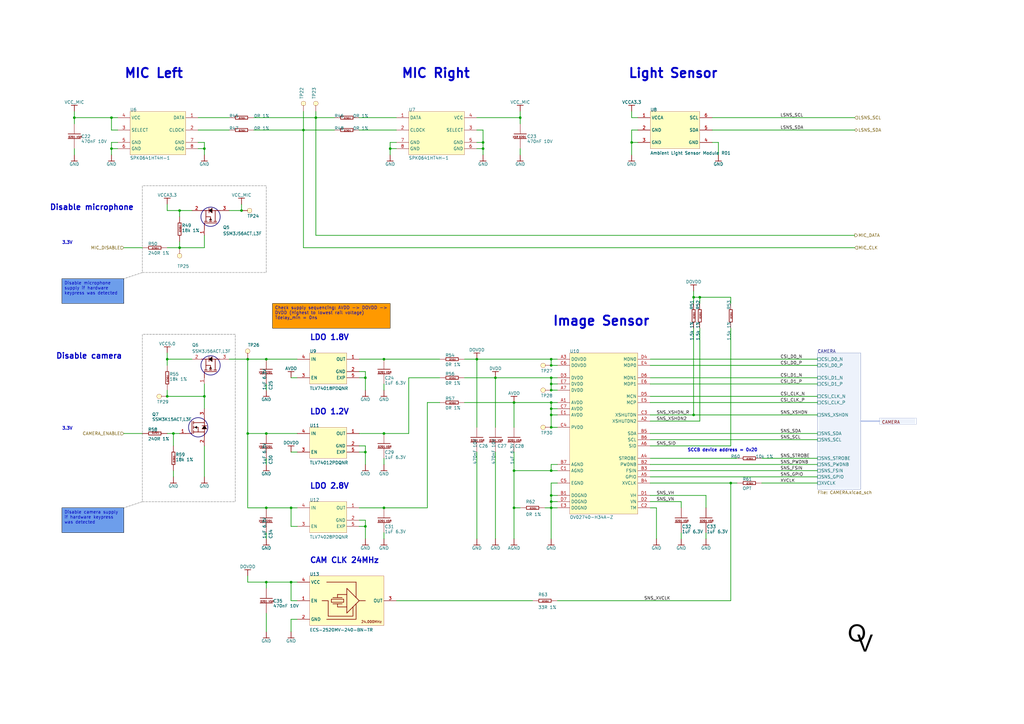
<source format=kicad_sch>
(kicad_sch (version 20231120) (generator "eeschema") (generator_version "8.0")
  (paper "A3")
  (title_block (title "02 Sensors") (date "2024-03-14") (rev "0.2") (company "OV Tech"))
  (junction (at 226.06 170.18))
  (junction (at 284.48 121.92))
  (junction (at 109.22 238.76))
  (junction (at 83.82 162.56))
  (junction (at 30.48 48.26))
  (junction (at 195.58 147.32))
  (junction (at 149.86 185.42))
  (junction (at 226.06 157.48))
  (junction (at 45.72 48.26))
  (junction (at 226.06 147.32))
  (junction (at 119.38 238.76))
  (junction (at 101.6 177.8))
  (junction (at 226.06 205.74))
  (junction (at 226.06 175.26))
  (junction (at 109.22 177.8))
  (junction (at 226.06 149.86))
  (junction (at 299.72 198.12))
  (junction (at 149.86 154.94))
  (junction (at 124.46 53.34))
  (junction (at 109.22 147.32))
  (junction (at 73.66 86.36))
  (junction (at 157.48 147.32))
  (junction (at 226.06 160.02))
  (junction (at 226.06 167.64))
  (junction (at 160.02 60.96))
  (junction (at 157.48 177.8))
  (junction (at 68.58 162.56))
  (junction (at 45.72 60.96))
  (junction (at 73.66 101.6))
  (junction (at 198.12 58.42))
  (junction (at 198.12 60.96))
  (junction (at 101.6 147.32))
  (junction (at 210.82 208.28))
  (junction (at 83.82 60.96))
  (junction (at 226.06 208.28))
  (junction (at 157.48 208.28))
  (junction (at 226.06 154.94))
  (junction (at 119.38 208.28))
  (junction (at 129.54 48.26))
  (junction (at 287.02 121.92))
  (junction (at 99.06 86.36))
  (junction (at 226.06 165.1))
  (junction (at 203.2 154.94))
  (junction (at 213.36 48.26))
  (junction (at 226.06 203.2))
  (junction (at 226.06 193.04))
  (junction (at 284.48 170.18))
  (junction (at 210.82 193.04))
  (junction (at 149.86 215.9))
  (junction (at 210.82 165.1))
  (junction (at 109.22 208.28))
  (junction (at 259.08 58.42))
  (junction (at 71.12 177.8))
  (junction (at 68.58 147.32))
  (wire (pts (xy 226.06 170.18) (xy 226.06 167.64)) (stroke (width 0.254)))
  (wire (pts (xy 149.86 185.42) (xy 149.86 190.5)) (stroke (width 0.254)))
  (wire (pts (xy 119.38 238.76) (xy 109.22 238.76)) (stroke (width 0.254)))
  (wire (pts (xy 45.72 58.42) (xy 45.72 60.96)) (stroke (width 0.254)))
  (wire (pts (xy 101.6 238.76) (xy 101.6 236.22)) (stroke (width 0.254)))
  (wire (pts (xy 213.36 48.26) (xy 195.58 48.26)) (stroke (width 0.254)))
  (wire (pts (xy 195.58 147.32) (xy 195.58 175.26)) (stroke (width 0.254)))
  (wire (pts (xy 266.7 154.94) (xy 335.28 154.94)) (stroke (width 0.254)))
  (wire (pts (xy 279.4 218.44) (xy 279.4 220.98)) (stroke (width 0.254)))
  (wire (pts (xy 292.1 53.34) (xy 350.52 53.34)) (stroke (width 0.254)))
  (polyline (pts (xy 58.42 205.74) (xy 50.8 208.28)) (stroke (width 0.0254) (type dash) (color 0 0 0 1)))
  (wire (pts (xy 198.12 58.42) (xy 198.12 60.96)) (stroke (width 0.254)))
  (wire (pts (xy 266.7 147.32) (xy 335.28 147.32)) (stroke (width 0.254)))
  (wire (pts (xy 228.6 190.5) (xy 226.06 190.5)) (stroke (width 0.254)))
  (wire (pts (xy 93.98 147.32) (xy 101.6 147.32)) (stroke (width 0.254)))
  (wire (pts (xy 129.54 48.26) (xy 137.16 48.26)) (stroke (width 0.254)))
  (wire (pts (xy 68.58 144.78) (xy 68.58 147.32)) (stroke (width 0.254)))
  (wire (pts (xy 226.06 208.28) (xy 226.06 220.98)) (stroke (width 0.254)))
  (wire (pts (xy 124.46 53.34) (xy 137.16 53.34)) (stroke (width 0.254)))
  (wire (pts (xy 259.08 48.26) (xy 259.08 45.72)) (stroke (width 0.254)))
  (wire (pts (xy 121.92 208.28) (xy 119.38 208.28)) (stroke (width 0.254)))
  (wire (pts (xy 30.48 60.96) (xy 30.48 63.5)) (stroke (width 0.254)))
  (wire (pts (xy 266.7 170.18) (xy 284.48 170.18)) (stroke (width 0.254)))
  (wire (pts (xy 284.48 134.62) (xy 284.48 170.18)) (stroke (width 0.254)))
  (wire (pts (xy 259.08 58.42) (xy 261.62 58.42)) (stroke (width 0.254)))
  (wire (pts (xy 124.46 45.72) (xy 124.46 53.34)) (stroke (width 0.254)))
  (wire (pts (xy 30.48 48.26) (xy 45.72 48.26)) (stroke (width 0.254)))
  (wire (pts (xy 228.6 157.48) (xy 226.06 157.48)) (stroke (width 0.254)))
  (wire (pts (xy 109.22 208.28) (xy 101.6 208.28)) (stroke (width 0.254)))
  (wire (pts (xy 195.58 185.42) (xy 195.58 220.98)) (stroke (width 0.254)))
  (wire (pts (xy 109.22 190.5) (xy 109.22 187.96)) (stroke (width 0.254)))
  (wire (pts (xy 266.7 180.34) (xy 335.28 180.34)) (stroke (width 0.254)))
  (wire (pts (xy 266.7 187.96) (xy 302.26 187.96)) (stroke (width 0.254)))
  (wire (pts (xy 226.06 175.26) (xy 226.06 170.18)) (stroke (width 0.254)))
  (wire (pts (xy 83.82 60.96) (xy 83.82 63.5)) (stroke (width 0.254)))
  (wire (pts (xy 198.12 53.34) (xy 198.12 58.42)) (stroke (width 0.254)))
  (wire (pts (xy 228.6 167.64) (xy 226.06 167.64)) (stroke (width 0.254)))
  (wire (pts (xy 213.36 60.96) (xy 213.36 63.5)) (stroke (width 0.254)))
  (wire (pts (xy 81.28 60.96) (xy 83.82 60.96)) (stroke (width 0.254)))
  (wire (pts (xy 30.48 48.26) (xy 30.48 45.72)) (stroke (width 0.254)))
  (wire (pts (xy 109.22 241.3) (xy 109.22 238.76)) (stroke (width 0.254)))
  (polyline (pts (xy 109.22 111.76) (xy 109.22 76.2)) (stroke (width 0.0254) (type dash) (color 0 0 0 1)))
  (wire (pts (xy 101.6 147.32) (xy 109.22 147.32)) (stroke (width 0.254)))
  (polyline (pts (xy 353.06 172.72) (xy 360.68 172.72)) (stroke (width 0.508) (type solid) (color 173 188 231 1)))
  (wire (pts (xy 279.4 205.74) (xy 279.4 208.28)) (stroke (width 0.254)))
  (wire (pts (xy 124.46 53.34) (xy 124.46 101.6)) (stroke (width 0.254)))
  (wire (pts (xy 228.6 205.74) (xy 226.06 205.74)) (stroke (width 0.254)))
  (wire (pts (xy 259.08 53.34) (xy 259.08 58.42)) (stroke (width 0.254)))
  (wire (pts (xy 162.56 246.38) (xy 218.44 246.38)) (stroke (width 0.254)))
  (wire (pts (xy 73.66 101.6) (xy 73.66 99.06)) (stroke (width 0.254)))
  (wire (pts (xy 266.7 172.72) (xy 287.02 172.72)) (stroke (width 0.254)))
  (wire (pts (xy 73.66 101.6) (xy 83.82 101.6)) (stroke (width 0.254)))
  (wire (pts (xy 228.6 203.2) (xy 226.06 203.2)) (stroke (width 0.254)))
  (wire (pts (xy 50.8 101.6) (xy 58.42 101.6)) (stroke (width 0.254)))
  (wire (pts (xy 119.38 185.42) (xy 121.92 185.42)) (stroke (width 0.254)))
  (wire (pts (xy 119.38 254) (xy 119.38 259.08)) (stroke (width 0.254)))
  (wire (pts (xy 83.82 58.42) (xy 83.82 60.96)) (stroke (width 0.254)))
  (wire (pts (xy 226.06 165.1) (xy 228.6 165.1)) (stroke (width 0.254)))
  (wire (pts (xy 104.14 48.26) (xy 129.54 48.26)) (stroke (width 0.254)))
  (wire (pts (xy 299.72 198.12) (xy 266.7 198.12)) (stroke (width 0.254)))
  (polyline (pts (xy 58.42 137.16) (xy 58.42 205.74)) (stroke (width 0.0254) (type dash) (color 0 0 0 1)))
  (wire (pts (xy 299.72 198.12) (xy 302.26 198.12)) (stroke (width 0.254)))
  (wire (pts (xy 147.32 177.8) (xy 157.48 177.8)) (stroke (width 0.254)))
  (wire (pts (xy 68.58 149.86) (xy 68.58 147.32)) (stroke (width 0.254)))
  (wire (pts (xy 119.38 246.38) (xy 119.38 238.76)) (stroke (width 0.254)))
  (wire (pts (xy 109.22 177.8) (xy 101.6 177.8)) (stroke (width 0.254)))
  (wire (pts (xy 160.02 60.96) (xy 160.02 63.5)) (stroke (width 0.254)))
  (wire (pts (xy 83.82 101.6) (xy 83.82 96.52)) (stroke (width 0.254)))
  (wire (pts (xy 266.7 203.2) (xy 289.56 203.2)) (stroke (width 0.254)))
  (wire (pts (xy 149.86 215.9) (xy 149.86 220.98)) (stroke (width 0.254)))
  (wire (pts (xy 226.06 205.74) (xy 226.06 208.28)) (stroke (width 0.254)))
  (wire (pts (xy 210.82 220.98) (xy 210.82 208.28)) (stroke (width 0.254)))
  (wire (pts (xy 266.7 182.88) (xy 299.72 182.88)) (stroke (width 0.254)))
  (wire (pts (xy 213.36 50.8) (xy 213.36 48.26)) (stroke (width 0.254)))
  (wire (pts (xy 109.22 220.98) (xy 109.22 218.44)) (stroke (width 0.254)))
  (wire (pts (xy 104.14 53.34) (xy 124.46 53.34)) (stroke (width 0.254)))
  (wire (pts (xy 83.82 162.56) (xy 68.58 162.56)) (stroke (width 0.254)))
  (wire (pts (xy 228.6 160.02) (xy 226.06 160.02)) (stroke (width 0.254)))
  (wire (pts (xy 226.06 198.12) (xy 228.6 198.12)) (stroke (width 0.254)))
  (wire (pts (xy 109.22 251.46) (xy 109.22 259.08)) (stroke (width 0.254)))
  (wire (pts (xy 190.5 154.94) (xy 203.2 154.94)) (stroke (width 0.254)))
  (wire (pts (xy 93.98 86.36) (xy 99.06 86.36)) (stroke (width 0.254)))
  (wire (pts (xy 299.72 246.38) (xy 299.72 198.12)) (stroke (width 0.254)))
  (wire (pts (xy 167.64 177.8) (xy 167.64 154.94)) (stroke (width 0.254)))
  (wire (pts (xy 210.82 208.28) (xy 213.36 208.28)) (stroke (width 0.254)))
  (wire (pts (xy 289.56 203.2) (xy 289.56 208.28)) (stroke (width 0.254)))
  (wire (pts (xy 266.7 205.74) (xy 279.4 205.74)) (stroke (width 0.254)))
  (polyline (pts (xy 109.22 76.2) (xy 58.42 76.2)) (stroke (width 0.0254) (type dash) (color 0 0 0 1)))
  (wire (pts (xy 226.06 190.5) (xy 226.06 193.04)) (stroke (width 0.254)))
  (wire (pts (xy 121.92 254) (xy 119.38 254)) (stroke (width 0.254)))
  (wire (pts (xy 284.48 121.92) (xy 287.02 121.92)) (stroke (width 0.254)))
  (wire (pts (xy 228.6 175.26) (xy 226.06 175.26)) (stroke (width 0.254)))
  (wire (pts (xy 203.2 175.26) (xy 203.2 154.94)) (stroke (width 0.254)))
  (wire (pts (xy 210.82 175.26) (xy 210.82 165.1)) (stroke (width 0.254)))
  (wire (pts (xy 299.72 182.88) (xy 299.72 134.62)) (stroke (width 0.254)))
  (wire (pts (xy 157.48 177.8) (xy 167.64 177.8)) (stroke (width 0.254)))
  (wire (pts (xy 147.32 48.26) (xy 162.56 48.26)) (stroke (width 0.254)))
  (wire (pts (xy 210.82 165.1) (xy 226.06 165.1)) (stroke (width 0.254)))
  (wire (pts (xy 121.92 246.38) (xy 119.38 246.38)) (stroke (width 0.254)))
  (wire (pts (xy 121.92 215.9) (xy 119.38 215.9)) (stroke (width 0.254)))
  (wire (pts (xy 213.36 48.26) (xy 213.36 45.72)) (stroke (width 0.254)))
  (wire (pts (xy 129.54 45.72) (xy 129.54 48.26)) (stroke (width 0.254)))
  (wire (pts (xy 190.5 165.1) (xy 210.82 165.1)) (stroke (width 0.254)))
  (wire (pts (xy 266.7 193.04) (xy 335.28 193.04)) (stroke (width 0.254)))
  (wire (pts (xy 157.48 208.28) (xy 175.26 208.28)) (stroke (width 0.254)))
  (wire (pts (xy 157.48 190.5) (xy 157.48 187.96)) (stroke (width 0.254)))
  (wire (pts (xy 287.02 172.72) (xy 287.02 134.62)) (stroke (width 0.254)))
  (wire (pts (xy 149.86 182.88) (xy 149.86 185.42)) (stroke (width 0.254)))
  (wire (pts (xy 71.12 182.88) (xy 71.12 177.8)) (stroke (width 0.254)))
  (polyline (pts (xy 96.52 137.16) (xy 58.42 137.16)) (stroke (width 0.0254) (type dash) (color 0 0 0 1)))
  (wire (pts (xy 195.58 53.34) (xy 198.12 53.34)) (stroke (width 0.254)))
  (wire (pts (xy 101.6 177.8) (xy 101.6 147.32)) (stroke (width 0.254)))
  (wire (pts (xy 109.22 160.02) (xy 109.22 157.48)) (stroke (width 0.254)))
  (wire (pts (xy 284.48 170.18) (xy 335.28 170.18)) (stroke (width 0.254)))
  (wire (pts (xy 48.26 60.96) (xy 45.72 60.96)) (stroke (width 0.254)))
  (wire (pts (xy 287.02 124.46) (xy 287.02 121.92)) (stroke (width 0.254)))
  (wire (pts (xy 266.7 149.86) (xy 335.28 149.86)) (stroke (width 0.254)))
  (wire (pts (xy 147.32 213.36) (xy 149.86 213.36)) (stroke (width 0.254)))
  (wire (pts (xy 147.32 208.28) (xy 157.48 208.28)) (stroke (width 0.254)))
  (wire (pts (xy 259.08 63.5) (xy 259.08 58.42)) (stroke (width 0.254)))
  (wire (pts (xy 121.92 177.8) (xy 109.22 177.8)) (stroke (width 0.254)))
  (wire (pts (xy 226.06 160.02) (xy 226.06 157.48)) (stroke (width 0.254)))
  (wire (pts (xy 289.56 218.44) (xy 289.56 220.98)) (stroke (width 0.254)))
  (wire (pts (xy 226.06 203.2) (xy 226.06 198.12)) (stroke (width 0.254)))
  (wire (pts (xy 68.58 162.56) (xy 68.58 160.02)) (stroke (width 0.254)))
  (wire (pts (xy 119.38 215.9) (xy 119.38 208.28)) (stroke (width 0.254)))
  (wire (pts (xy 30.48 50.8) (xy 30.48 48.26)) (stroke (width 0.254)))
  (wire (pts (xy 266.7 177.8) (xy 335.28 177.8)) (stroke (width 0.254)))
  (wire (pts (xy 147.32 182.88) (xy 149.86 182.88)) (stroke (width 0.254)))
  (wire (pts (xy 228.6 246.38) (xy 299.72 246.38)) (stroke (width 0.254)))
  (wire (pts (xy 45.72 48.26) (xy 48.26 48.26)) (stroke (width 0.254)))
  (wire (pts (xy 195.58 60.96) (xy 198.12 60.96)) (stroke (width 0.254)))
  (wire (pts (xy 68.58 86.36) (xy 68.58 83.82)) (stroke (width 0.254)))
  (wire (pts (xy 68.58 101.6) (xy 73.66 101.6)) (stroke (width 0.254)))
  (wire (pts (xy 81.28 48.26) (xy 93.98 48.26)) (stroke (width 0.254)))
  (wire (pts (xy 266.7 165.1) (xy 335.28 165.1)) (stroke (width 0.254)))
  (wire (pts (xy 266.7 195.58) (xy 335.28 195.58)) (stroke (width 0.254)))
  (wire (pts (xy 287.02 121.92) (xy 299.72 121.92)) (stroke (width 0.254)))
  (wire (pts (xy 210.82 193.04) (xy 226.06 193.04)) (stroke (width 0.254)))
  (wire (pts (xy 147.32 154.94) (xy 149.86 154.94)) (stroke (width 0.254)))
  (wire (pts (xy 121.92 238.76) (xy 119.38 238.76)) (stroke (width 0.254)))
  (wire (pts (xy 147.32 152.4) (xy 149.86 152.4)) (stroke (width 0.254)))
  (wire (pts (xy 124.46 101.6) (xy 350.52 101.6)) (stroke (width 0.254)))
  (wire (pts (xy 226.06 147.32) (xy 228.6 147.32)) (stroke (width 0.254)))
  (wire (pts (xy 226.06 167.64) (xy 226.06 165.1)) (stroke (width 0.254)))
  (wire (pts (xy 226.06 203.2) (xy 226.06 205.74)) (stroke (width 0.254)))
  (wire (pts (xy 50.8 177.8) (xy 58.42 177.8)) (stroke (width 0.254)))
  (wire (pts (xy 269.24 208.28) (xy 266.7 208.28)) (stroke (width 0.254)))
  (wire (pts (xy 73.66 86.36) (xy 78.74 86.36)) (stroke (width 0.254)))
  (polyline (pts (xy 58.42 76.2) (xy 58.42 111.76)) (stroke (width 0.0254) (type dash) (color 0 0 0 1)))
  (wire (pts (xy 119.38 208.28) (xy 109.22 208.28)) (stroke (width 0.254)))
  (wire (pts (xy 294.64 58.42) (xy 294.64 63.5)) (stroke (width 0.254)))
  (wire (pts (xy 109.22 238.76) (xy 101.6 238.76)) (stroke (width 0.254)))
  (wire (pts (xy 190.5 147.32) (xy 195.58 147.32)) (stroke (width 0.254)))
  (wire (pts (xy 81.28 53.34) (xy 93.98 53.34)) (stroke (width 0.254)))
  (wire (pts (xy 147.32 53.34) (xy 162.56 53.34)) (stroke (width 0.254)))
  (wire (pts (xy 195.58 58.42) (xy 198.12 58.42)) (stroke (width 0.254)))
  (polyline (pts (xy 58.42 205.74) (xy 96.52 205.74)) (stroke (width 0.0254) (type dash) (color 0 0 0 1)))
  (wire (pts (xy 129.54 96.52) (xy 350.52 96.52)) (stroke (width 0.254)))
  (polyline (pts (xy 96.52 205.74) (xy 96.52 137.16)) (stroke (width 0.0254) (type dash) (color 0 0 0 1)))
  (wire (pts (xy 228.6 149.86) (xy 226.06 149.86)) (stroke (width 0.254)))
  (wire (pts (xy 147.32 147.32) (xy 157.48 147.32)) (stroke (width 0.254)))
  (wire (pts (xy 261.62 53.34) (xy 259.08 53.34)) (stroke (width 0.254)))
  (wire (pts (xy 312.42 198.12) (xy 335.28 198.12)) (stroke (width 0.254)))
  (wire (pts (xy 226.06 193.04) (xy 228.6 193.04)) (stroke (width 0.254)))
  (wire (pts (xy 109.22 147.32) (xy 121.92 147.32)) (stroke (width 0.254)))
  (wire (pts (xy 261.62 48.26) (xy 259.08 48.26)) (stroke (width 0.254)))
  (wire (pts (xy 228.6 170.18) (xy 226.06 170.18)) (stroke (width 0.254)))
  (wire (pts (xy 312.42 187.96) (xy 335.28 187.96)) (stroke (width 0.254)))
  (wire (pts (xy 83.82 162.56) (xy 83.82 167.64)) (stroke (width 0.254)))
  (wire (pts (xy 292.1 48.26) (xy 350.52 48.26)) (stroke (width 0.254)))
  (wire (pts (xy 203.2 154.94) (xy 226.06 154.94)) (stroke (width 0.254)))
  (wire (pts (xy 266.7 162.56) (xy 335.28 162.56)) (stroke (width 0.254)))
  (wire (pts (xy 210.82 208.28) (xy 210.82 193.04)) (stroke (width 0.254)))
  (wire (pts (xy 48.26 53.34) (xy 45.72 53.34)) (stroke (width 0.254)))
  (wire (pts (xy 198.12 60.96) (xy 198.12 63.5)) (stroke (width 0.254)))
  (wire (pts (xy 73.66 86.36) (xy 68.58 86.36)) (stroke (width 0.254)))
  (wire (pts (xy 68.58 147.32) (xy 78.74 147.32)) (stroke (width 0.254)))
  (wire (pts (xy 149.86 152.4) (xy 149.86 154.94)) (stroke (width 0.254)))
  (wire (pts (xy 71.12 193.04) (xy 71.12 195.58)) (stroke (width 0.254)))
  (wire (pts (xy 269.24 220.98) (xy 269.24 208.28)) (stroke (width 0.254)))
  (wire (pts (xy 68.58 177.8) (xy 71.12 177.8)) (stroke (width 0.254)))
  (wire (pts (xy 226.06 147.32) (xy 195.58 147.32)) (stroke (width 0.254)))
  (wire (pts (xy 210.82 185.42) (xy 210.82 193.04)) (stroke (width 0.254)))
  (wire (pts (xy 45.72 60.96) (xy 45.72 63.5)) (stroke (width 0.254)))
  (wire (pts (xy 226.06 149.86) (xy 226.06 147.32)) (stroke (width 0.254)))
  (wire (pts (xy 226.06 154.94) (xy 228.6 154.94)) (stroke (width 0.254)))
  (wire (pts (xy 149.86 213.36) (xy 149.86 215.9)) (stroke (width 0.254)))
  (wire (pts (xy 160.02 58.42) (xy 160.02 60.96)) (stroke (width 0.254)))
  (wire (pts (xy 45.72 53.34) (xy 45.72 48.26)) (stroke (width 0.254)))
  (wire (pts (xy 162.56 58.42) (xy 160.02 58.42)) (stroke (width 0.254)))
  (wire (pts (xy 83.82 157.48) (xy 83.82 162.56)) (stroke (width 0.254)))
  (wire (pts (xy 48.26 58.42) (xy 45.72 58.42)) (stroke (width 0.254)))
  (wire (pts (xy 167.64 154.94) (xy 180.34 154.94)) (stroke (width 0.254)))
  (wire (pts (xy 175.26 208.28) (xy 175.26 165.1)) (stroke (width 0.254)))
  (wire (pts (xy 73.66 88.9) (xy 73.66 86.36)) (stroke (width 0.254)))
  (wire (pts (xy 266.7 190.5) (xy 335.28 190.5)) (stroke (width 0.254)))
  (wire (pts (xy 81.28 58.42) (xy 83.82 58.42)) (stroke (width 0.254)))
  (polyline (pts (xy 58.42 111.76) (xy 50.8 114.3)) (stroke (width 0.0254) (type dash) (color 0 0 0 1)))
  (wire (pts (xy 119.38 154.94) (xy 121.92 154.94)) (stroke (width 0.254)))
  (wire (pts (xy 147.32 215.9) (xy 149.86 215.9)) (stroke (width 0.254)))
  (wire (pts (xy 266.7 157.48) (xy 335.28 157.48)) (stroke (width 0.254)))
  (wire (pts (xy 157.48 160.02) (xy 157.48 157.48)) (stroke (width 0.254)))
  (wire (pts (xy 226.06 208.28) (xy 228.6 208.28)) (stroke (width 0.254)))
  (wire (pts (xy 83.82 182.88) (xy 83.82 195.58)) (stroke (width 0.254)))
  (wire (pts (xy 292.1 58.42) (xy 294.64 58.42)) (stroke (width 0.254)))
  (wire (pts (xy 71.12 177.8) (xy 73.66 177.8)) (stroke (width 0.254)))
  (wire (pts (xy 284.48 124.46) (xy 284.48 121.92)) (stroke (width 0.254)))
  (polyline (pts (xy 58.42 111.76) (xy 109.22 111.76)) (stroke (width 0.0254) (type dash) (color 0 0 0 1)))
  (wire (pts (xy 203.2 185.42) (xy 203.2 220.98)) (stroke (width 0.254)))
  (wire (pts (xy 101.6 208.28) (xy 101.6 177.8)) (stroke (width 0.254)))
  (wire (pts (xy 157.48 220.98) (xy 157.48 218.44)) (stroke (width 0.254)))
  (wire (pts (xy 299.72 121.92) (xy 299.72 124.46)) (stroke (width 0.254)))
  (wire (pts (xy 99.06 86.36) (xy 99.06 83.82)) (stroke (width 0.254)))
  (wire (pts (xy 175.26 165.1) (xy 180.34 165.1)) (stroke (width 0.254)))
  (wire (pts (xy 147.32 185.42) (xy 149.86 185.42)) (stroke (width 0.254)))
  (wire (pts (xy 226.06 157.48) (xy 226.06 154.94)) (stroke (width 0.254)))
  (wire (pts (xy 129.54 48.26) (xy 129.54 96.52)) (stroke (width 0.254)))
  (wire (pts (xy 157.48 147.32) (xy 180.34 147.32)) (stroke (width 0.254)))
  (wire (pts (xy 162.56 60.96) (xy 160.02 60.96)) (stroke (width 0.254)))
  (wire (pts (xy 223.52 208.28) (xy 226.06 208.28)) (stroke (width 0.254)))
  (wire (pts (xy 284.48 121.92) (xy 284.48 119.38)) (stroke (width 0.254)))
  (wire (pts (xy 149.86 154.94) (xy 149.86 160.02)) (stroke (width 0.254)))
  (image (at 353.06 261.62) (scale 0.0578808))
  (text_box "Check supply sequencing: AVDD -> DOVDD -> DVDD (Highest to lowest rail voltage)\nTdelay_min = 0ns" (at 160.02 124.46 0) (size -48.26 10.16) (stroke (width 0) (color 0 0 0 1)) (fill (type color) (color 255 153 0 1)) (effects (font (size 1.27 1.27)) (justify left top)))
  (text_box "CAMERA" (at 360.68 171.45 0) (size 15.24 2.54) (stroke (width 0.0002) (color 143 158 201 1)) (fill (type color) (color 237 242 251 1)) (effects (font (size 1.27 1.27)) (justify left top)))
  (text_box "Disable camera supply if hardware keypress was detected" (at 50.8 208.28 0) (size -25.4 10.16) (stroke (width 0) (color 0 0 0 1)) (fill (type color) (color 109 158 235 1)) (effects (font (size 1.27 1.27)) (justify left top)))
  (text_box "Disable microphone supply if hardware keypress was detected" (at 50.8 114.3 0) (size -25.4 10.16) (stroke (width 0) (color 0 0 0 1)) (fill (type color) (color 109 158 235 1)) (effects (font (size 1.27 1.27)) (justify left top)))
  (text "3.3V" (at 25.4 100.33 0) (effects (font (size 1.27 1.27) (bold yes)) (justify left bottom)))
  (text "LDO 1.8V" (at 127 137.16 0) (effects (font (size 2.286 2.286) (bold yes)) (justify left top)))
  (text "MIC Right" (at 193.04 27.94 0) (effects (font (size 3.81 3.81) (bold yes)) (justify right top)))
  (text "MIC Left" (at 50.8 27.94 0) (effects (font (size 3.81 3.81) (bold yes)) (justify left top)))
  (text "3.3V" (at 25.4 176.53 0) (effects (font (size 1.27 1.27) (bold yes)) (justify left bottom)))
  (text "Image Sensor" (at 266.7 129.54 0) (effects (font (size 3.81 3.81) (bold yes)) (justify right top)))
  (text "LDO 1.2V" (at 127 167.64 0) (effects (font (size 2.286 2.286) (bold yes)) (justify left top)))
  (text "SCCB device address = 0x20" (at 281.94 185.42 0) (effects (font (size 1.27 1.27) (bold yes)) (justify left bottom)))
  (text "CAM CLK 24MHz" (at 127 228.6 0) (effects (font (size 2.286 2.286) (bold yes)) (justify left top)))
  (text "Light Sensor" (at 294.64 27.94 0) (effects (font (size 3.81 3.81) (bold yes)) (justify right top)))
  (text "Disable microphone" (at 20.32 83.82 0) (effects (font (size 2.286 2.286) (bold yes)) (justify left top)))
  (text "LDO 2.8V" (at 127 198.12 0) (effects (font (size 2.286 2.286) (bold yes)) (justify left top)))
  (text "Disable camera" (at 22.86 144.78 0) (effects (font (size 2.286 2.286) (bold yes)) (justify left top)))
  (label "CSI_CLK_N" (at 320.04 162.56 0))
  (label "SNS_VN" (at 269.24 205.74 0))
  (label "SNS_SCL" (at 320.04 180.34 0))
  (label "LSNS_SDA" (at 320.04 53.34 0))
  (label "SNS_FSIN" (at 320.04 193.04 0))
  (label "CSI_D0_P" (at 320.04 149.86 0))
  (label "SNS_SID" (at 269.24 182.88 0))
  (label "SNS_XSHDN2" (at 269.24 172.72 0))
  (label "SNS_STROBE" (at 320.04 187.96 0))
  (label "SNS_GPIO" (at 320.04 195.58 0))
  (label "SNS_XVCLK" (at 264.16 246.38 0))
  (label "XVCLK" (at 320.04 198.12 0))
  (label "CSI_D0_N" (at 320.04 147.32 0))
  (label "LSNS_SCL" (at 320.04 48.26 0))
  (label "CSI_D1_P" (at 320.04 157.48 0))
  (label "SNS_SDA" (at 320.04 177.8 0))
  (label "SNS_VH" (at 269.24 203.2 0))
  (label "CSI_D1_N" (at 320.04 154.94 0))
  (label "SNS_XSHDN" (at 320.04 170.18 0))
  (label "SNS_PWDNB" (at 320.04 190.5 0))
  (label "CSI_CLK_P" (at 320.04 165.1 0))
  (label "SNS_XSHDN_R" (at 269.24 170.18 0))
  (hierarchical_label "MIC_DATA" (shape output) (at 350.52 96.52 0))
  (hierarchical_label "CAMERA_ENABLE" (shape input) (at 50.8 177.8 180))
  (hierarchical_label "LSNS_SDA" (shape bidirectional) (at 350.52 53.34 0))
  (hierarchical_label "LSNS_SCL" (shape input) (at 350.52 48.26 0))
  (hierarchical_label "MIC_DISABLE" (shape input) (at 50.8 101.6 180))
  (hierarchical_label "MIC_CLK" (shape input) (at 350.52 101.6 0))
  (symbol (lib_id "WCAM-TK-PCB-R02-altium-import:U_02 Sensors_2_mirrored_RES_0201_240R_1%") (at 58.42 177.8 0) (unit 1)
    (property "Reference" "R58" (at 60.706 176.911 0) (effects (justify left bottom)))
    (property "Value" "240R 1%" (at 60.706 180.721 0) (effects (justify left bottom)))
    (property "Footprint" "QV_Res.pcblib:RESC0603X03L" (effects (hide yes)))
    (property "MANUFACTURER 1" "Yageo" (effects (hide yes)))
    (property "MANUFACTURER 1 PRT. NR." "RC0201FR-07240RL" (effects (hide yes)))
    (property "MANUFACTURER 2" "Vishay / Dale" (effects (hide yes)))
    (property "MANUFACTURER 2 PRT. NR." "CRCW0201240RFNED" (effects (hide yes)))
  )
  (symbol (lib_id "WCAM-TK-PCB-R02-altium-import:U_02 Sensors_0_RES_0201_0R_1%") (at 93.98 53.34 0) (unit 1)
    (property "Reference" "R47" (at 93.98 53.34 0) (effects (justify left bottom)))
    (property "Value" "0R 1%" (at 104.14 53.34 0) (effects (justify left bottom)))
    (property "Footprint" "QV_Res.pcblib:RESC0603X03L" (effects (hide yes)))
    (property "MANUFACTURER 1" "Yageo" (effects (hide yes)))
    (property "MANUFACTURER 1 PRT. NR." "RC0201FR-070RL" (effects (hide yes)))
    (property "MANUFACTURER 2" "Vishay / Dale" (effects (hide yes)))
    (property "MANUFACTURER 2 PRT. NR." "CRCW02010000Z0ED" (effects (hide yes)))
  )
  (symbol (lib_id "WCAM-TK-PCB-R02-altium-import:U_02 Sensors_0_RES_0201_33R_1%") (at 218.44 246.38 0) (unit 1)
    (property "Reference" "R63" (at 220.726 244.602 0) (effects (justify left bottom)))
    (property "Value" "33R 1%" (at 220.726 249.809 0) (effects (justify left bottom)))
    (property "Footprint" "QV_Res.pcblib:RESC0603X03L" (effects (hide yes)))
    (property "MANUFACTURER 1" "Yageo" (effects (hide yes)))
    (property "MANUFACTURER 1 PRT. NR." "RC0201FR-0733RL" (effects (hide yes)))
    (property "MANUFACTURER 2" "Vishay / Dale" (effects (hide yes)))
    (property "MANUFACTURER 2 PRT. NR." "CRCW020133R0FNED" (effects (hide yes)))
  )
  (symbol (lib_id "WCAM-TK-PCB-R02-altium-import:GND_BAR") (at 149.86 160.02 0) (unit 1)
    (property "Reference" "#PWR?" (effects (hide yes)))
    (property "Value" "GND" (at 149.86 163.83 0))
  )
  (symbol (lib_id "WCAM-TK-PCB-R02-altium-import:U_02 Sensors_0_CAP_0201_470nF_10V") (at 195.58 185.42 0) (unit 1)
    (property "Reference" "C26" (at 196.342 183.642 0) (effects (justify left bottom)))
    (property "Value" "470nF 10V" (at 195.58 190.5 90) (effects (justify left bottom)))
    (property "Footprint" "QV_Cap.pcblib:CAPC0603X03L" (effects (hide yes)))
    (property "MANUFACTURER 1" "Taiyo Yuden" (effects (hide yes)))
    (property "MANUFACTURER 1 PRT. NR." "LMK063BBJ474KPLF" (effects (hide yes)))
    (property "MANUFACTURER 2" "TDK" (effects (hide yes)))
    (property "MANUFACTURER 2 PRT. NR." "C0603X5R1A474M030BC" (effects (hide yes)))
  )
  (symbol (lib_id "WCAM-TK-PCB-R02-altium-import:U_02 Sensors_0_Digital Microphone PDM_SPK0641HT4H-1") (at 48.26 63.5 0) (unit 1)
    (property "Reference" "U6" (at 53.34 45.72 0) (effects (justify left bottom)))
    (property "Value" "SPK0641HT4H-1" (at 53.34 65.532 0) (effects (justify left bottom)))
    (property "Footprint" "QV_Active.PcbLib:MIC_SPK0641HT4H-1" (effects (hide yes)))
    (property "MANUFACTURER 1" "Knowles" (effects (hide yes)))
    (property "MANUFACTURER 1 PRT. NR." "SPK0641HT4H-1" (effects (hide yes)))
  )
  (symbol (lib_id "WCAM-TK-PCB-R02-altium-import:U_02 Sensors_0_mirrored_CAP_0201_470nF_10V") (at 213.36 60.96 0) (unit 1)
    (property "Reference" "C23" (at 216.154 56.705 0) (effects (justify left bottom)))
    (property "Value" "470nF 10V" (at 216.154 58.737 0) (effects (justify left bottom)))
    (property "Footprint" "QV_Cap.pcblib:CAPC0603X03L" (effects (hide yes)))
    (property "MANUFACTURER 1" "Taiyo Yuden" (effects (hide yes)))
    (property "MANUFACTURER 1 PRT. NR." "LMK063BBJ474KPLF" (effects (hide yes)))
    (property "MANUFACTURER 2" "TDK" (effects (hide yes)))
    (property "MANUFACTURER 2 PRT. NR." "C0603X5R1A474M030BC" (effects (hide yes)))
  )
  (symbol (lib_id "WCAM-TK-PCB-R02-altium-import:VCC5.0_BAR") (at 68.58 144.78 180) (unit 1)
    (property "Reference" "#PWR?" (effects (hide yes)))
    (property "Value" "VCC5.0" (at 68.58 140.97 0))
  )
  (symbol (lib_id "WCAM-TK-PCB-R02-altium-import:U_02 Sensors_0_RES_0201_0R_1%") (at 213.36 208.28 0) (unit 1)
    (property "Reference" "R62" (at 215.646 206.502 0) (effects (justify left bottom)))
    (property "Value" "0R 1%" (at 215.646 211.709 0) (effects (justify left bottom)))
    (property "Footprint" "QV_Res.pcblib:RESC0603X03L" (effects (hide yes)))
    (property "MANUFACTURER 1" "Yageo" (effects (hide yes)))
    (property "MANUFACTURER 1 PRT. NR." "RC0201FR-070RL" (effects (hide yes)))
    (property "MANUFACTURER 2" "Vishay / Dale" (effects (hide yes)))
    (property "MANUFACTURER 2 PRT. NR." "CRCW02010000Z0ED" (effects (hide yes)))
  )
  (symbol (lib_id "WCAM-TK-PCB-R02-altium-import:VCCA3.3_BAR") (at 68.58 83.82 180) (unit 1)
    (property "Reference" "#PWR?" (effects (hide yes)))
    (property "Value" "VCCA3.3" (at 68.58 80.01 0))
  )
  (symbol (lib_id "WCAM-TK-PCB-R02-altium-import:U_02 Sensors_0_CAP_0201_1uF_6.3V") (at 210.82 185.42 0) (unit 1)
    (property "Reference" "C28" (at 211.074 183.705 0) (effects (justify left bottom)))
    (property "Value" "1uF 6.3V" (at 210.82 190.5 90) (effects (justify left bottom)))
    (property "MANUFACTURER 1" "Murata Electronics" (effects (hide yes)))
    (property "MANUFACTURER 1 PRT. NR." "GRM033R60J105MEA2D" (effects (hide yes)))
    (property "MANUFACTURER 2" "Samsung Electro-Mechanics" (effects (hide yes)))
    (property "MANUFACTURER 2 PRT. NR." "CL03A105MQ3CSNC" (effects (hide yes)))
  )
  (symbol (lib_id "WCAM-TK-PCB-R02-altium-import:U_02 Sensors_0_RES_0201_0R_1%") (at 180.34 154.94 0) (unit 1)
    (property "Reference" "R56" (at 182.626 154.051 0) (effects (justify left bottom)))
    (property "Value" "0R 1%" (at 182.626 157.861 0) (effects (justify left bottom)))
    (property "Footprint" "QV_Res.pcblib:RESC0603X03L" (effects (hide yes)))
    (property "MANUFACTURER 1" "Yageo" (effects (hide yes)))
    (property "MANUFACTURER 1 PRT. NR." "RC0201FR-070RL" (effects (hide yes)))
    (property "MANUFACTURER 2" "Vishay / Dale" (effects (hide yes)))
    (property "MANUFACTURER 2 PRT. NR." "CRCW02010000Z0ED" (effects (hide yes)))
  )
  (symbol (lib_id "WCAM-TK-PCB-R02-altium-import:U_02 Sensors_0_Crystal Oscillator_ECS-2520MV-240-BN-TR") (at 121.92 256.54 0) (unit 1)
    (property "Reference" "U13" (at 127 236.22 0) (effects (justify left bottom)))
    (property "Value" "ECS-2520MV-240-BN-TR" (at 127 259.08 0) (effects (justify left bottom)))
    (property "Footprint" "QV_Timer.PcbLib:Oscillator_ECS-2520MV" (effects (hide yes)))
    (property "MANUFACTURER 1" "ECS" (effects (hide yes)))
    (property "MANUFACTURER 1 PRT. NR." "ECS-2520MV-240-BN-TR" (effects (hide yes)))
  )
  (symbol (lib_id "WCAM-TK-PCB-R02-altium-import:U_02 Sensors_2_Testpoint 0.5mm") (at 68.58 162.56 0) (unit 1)
    (property "Reference" "TP29" (at 64.326 165.544 0) (effects (justify left bottom)))
    (property "Value" "Testpoint 0.5mm" (effects (hide yes)))
    (property "Footprint" "QV_ElectroMech.PcbLib:TP_0.50mm" (effects (hide yes)))
  )
  (symbol (lib_id "WCAM-TK-PCB-R02-altium-import:U_02 Sensors_1_mirrored_P-Channel MOSFET_SSM3J56ACT,L3F") (at 83.82 99.06 0) (unit 1)
    (property "Reference" "Q5" (at 91.44 93.98 0) (effects (justify left bottom)))
    (property "Value" "SSM3J56ACT,L3F" (at 91.44 96.52 0) (effects (justify left bottom)))
    (property "MANUFACTURER 1" "Toshiba" (effects (hide yes)))
    (property "MANUFACTURER 1 PRT. NR." "SSM3J56ACT,L3F" (effects (hide yes)))
  )
  (symbol (lib_id "WCAM-TK-PCB-R02-altium-import:U_02 Sensors_0_Image Sensor_OV2740") (at 228.6 210.82 0) (unit 1)
    (property "Reference" "U10" (at 233.68 144.78 0) (effects (justify left bottom)))
    (property "Value" "OV02740-H34A-Z" (at 233.68 212.852 0) (effects (justify left bottom)))
    (property "Footprint" "QV_Active.PcbLib:BGA34C53P7X5_386X292X388" (effects (hide yes)))
    (property "MANUFACTURER 1" "OV02740-H34A-Z" (effects (hide yes)))
    (property "MANUFACTURER 1 PRT. NR." "OmniVision" (effects (hide yes)))
  )
  (symbol (lib_id "WCAM-TK-PCB-R02-altium-import:GND_BAR") (at 45.72 63.5 0) (unit 1)
    (property "Reference" "#PWR?" (effects (hide yes)))
    (property "Value" "GND" (at 45.72 67.31 0))
  )
  (symbol (lib_id "WCAM-TK-PCB-R02-altium-import:U_02 Sensors_0_RES_0201_240R_1%") (at 58.42 101.6 0) (unit 1)
    (property "Reference" "R50" (at 60.706 100.711 0) (effects (justify left bottom)))
    (property "Value" "240R 1%" (at 60.706 104.521 0) (effects (justify left bottom)))
    (property "Footprint" "QV_Res.pcblib:RESC0603X03L" (effects (hide yes)))
    (property "MANUFACTURER 1" "Yageo" (effects (hide yes)))
    (property "MANUFACTURER 1 PRT. NR." "RC0201FR-07240RL" (effects (hide yes)))
    (property "MANUFACTURER 2" "Vishay / Dale" (effects (hide yes)))
    (property "MANUFACTURER 2 PRT. NR." "CRCW0201240RFNED" (effects (hide yes)))
  )
  (symbol (lib_id "WCAM-TK-PCB-R02-altium-import:AVDD_BAR") (at 119.38 154.94 180) (unit 1)
    (property "Reference" "#PWR?" (effects (hide yes)))
    (property "Value" "AVDD" (at 119.38 151.13 0))
  )
  (symbol (lib_id "WCAM-TK-PCB-R02-altium-import:U_02 Sensors_0_CAP_0201_1uF_6.3V") (at 157.48 187.96 0) (unit 1)
    (property "Reference" "C29" (at 157.734 186.245 0) (effects (justify left bottom)))
    (property "Value" "1uF 6.3V" (at 157.734 188.277 0) (effects (justify left bottom)))
    (property "Footprint" "QV_Cap.pcblib:CAPC0603X03L" (effects (hide yes)))
    (property "MANUFACTURER 1" "Murata Electronics" (effects (hide yes)))
    (property "MANUFACTURER 1 PRT. NR." "GRM033R60J105MEA2D" (effects (hide yes)))
    (property "MANUFACTURER 2" "Samsung Electro-Mechanics" (effects (hide yes)))
    (property "MANUFACTURER 2 PRT. NR." "CL03A105MQ3CSNC" (effects (hide yes)))
  )
  (symbol (lib_id "WCAM-TK-PCB-R02-altium-import:U_02 Sensors_0_CAP_0201_1uF_6.3V") (at 157.48 157.48 0) (unit 1)
    (property "Reference" "C24" (at 157.734 155.765 0) (effects (justify left bottom)))
    (property "Value" "1uF 6.3V" (at 157.734 157.797 0) (effects (justify left bottom)))
    (property "MANUFACTURER 1" "Murata Electronics" (effects (hide yes)))
    (property "MANUFACTURER 1 PRT. NR." "GRM033R60J105MEA2D" (effects (hide yes)))
    (property "MANUFACTURER 2" "Samsung Electro-Mechanics" (effects (hide yes)))
    (property "MANUFACTURER 2 PRT. NR." "CL03A105MQ3CSNC" (effects (hide yes)))
  )
  (symbol (lib_id "WCAM-TK-PCB-R02-altium-import:GND_BAR") (at 294.64 63.5 0) (unit 1)
    (property "Reference" "#PWR?" (effects (hide yes)))
    (property "Value" "GND" (at 294.64 67.31 0))
  )
  (symbol (lib_id "WCAM-TK-PCB-R02-altium-import:GND_BAR") (at 160.02 63.5 0) (unit 1)
    (property "Reference" "#PWR?" (effects (hide yes)))
    (property "Value" "GND" (at 160.02 67.31 0))
  )
  (symbol (lib_id "WCAM-TK-PCB-R02-altium-import:GND_BAR") (at 83.82 63.5 0) (unit 1)
    (property "Reference" "#PWR?" (effects (hide yes)))
    (property "Value" "GND" (at 83.82 67.31 0))
  )
  (symbol (lib_id "WCAM-TK-PCB-R02-altium-import:U_02 Sensors_3_Testpoint 0.5mm") (at 73.66 101.6 0) (unit 1)
    (property "Reference" "TP25" (at 72.708 109.918 0) (effects (justify left bottom)))
    (property "Value" "Testpoint 0.5mm" (effects (hide yes)))
    (property "Footprint" "QV_ElectroMech.PcbLib:TP_0.50mm" (effects (hide yes)))
  )
  (symbol (lib_id "WCAM-TK-PCB-R02-altium-import:U_02 Sensors_3_mirrored_RES_0201_18k_1%") (at 68.58 149.86 0) (unit 1)
    (property "Reference" "R55" (at 69.469 154.178 0) (effects (justify left bottom)))
    (property "Value" "18k 1%" (at 69.469 156.21 0) (effects (justify left bottom)))
    (property "Footprint" "QV_Res.pcblib:RESC0603X03L" (effects (hide yes)))
    (property "MANUFACTURER 1" "Panasonic" (effects (hide yes)))
    (property "MANUFACTURER 1 PRT. NR." "ERJ-1GNF1802C" (effects (hide yes)))
    (property "MANUFACTURER 2" "KOA Speer" (effects (hide yes)))
    (property "MANUFACTURER 2 PRT. NR." "RK73H1HTTC1802F" (effects (hide yes)))
  )
  (symbol (lib_id "WCAM-TK-PCB-R02-altium-import:U_02 Sensors_2_Testpoint 0.5mm") (at 226.06 175.26 0) (unit 1)
    (property "Reference" "TP30" (at 221.806 178.244 0) (effects (justify left bottom)))
    (property "Value" "Testpoint 0.5mm" (effects (hide yes)))
  )
  (symbol (lib_id "WCAM-TK-PCB-R02-altium-import:U_02 Sensors_0_CAP_0201_1uF_6.3V") (at 157.48 218.44 0) (unit 1)
    (property "Reference" "C31" (at 157.734 216.725 0) (effects (justify left bottom)))
    (property "Value" "1uF 6.3V" (at 157.734 218.757 0) (effects (justify left bottom)))
    (property "Footprint" "QV_Cap.pcblib:CAPC0603X03L" (effects (hide yes)))
    (property "MANUFACTURER 1" "Murata Electronics" (effects (hide yes)))
    (property "MANUFACTURER 1 PRT. NR." "GRM033R60J105MEA2D" (effects (hide yes)))
    (property "MANUFACTURER 2" "Samsung Electro-Mechanics" (effects (hide yes)))
    (property "MANUFACTURER 2 PRT. NR." "CL03A105MQ3CSNC" (effects (hide yes)))
  )
  (symbol (lib_id "WCAM-TK-PCB-R02-altium-import:GND_BAR") (at 195.58 220.98 0) (unit 1)
    (property "Reference" "#PWR?" (effects (hide yes)))
    (property "Value" "GND" (at 195.58 224.79 0))
  )
  (symbol (lib_id "WCAM-TK-PCB-R02-altium-import:U_02 Sensors_1_Testpoint 0.5mm") (at 101.6 147.32 0) (unit 1)
    (property "Reference" "TP26" (at 101.6 142.24 0) (effects (justify left bottom)))
    (property "Value" "Testpoint 0.5mm" (effects (hide yes)))
    (property "Footprint" "QV_ElectroMech.PcbLib:TP_0.50mm" (effects (hide yes)))
  )
  (symbol (lib_id "WCAM-TK-PCB-R02-altium-import:DOVDD_BAR") (at 195.58 147.32 180) (unit 1)
    (property "Reference" "#PWR?" (effects (hide yes)))
    (property "Value" "DOVDD" (at 195.58 143.51 0))
  )
  (symbol (lib_id "WCAM-TK-PCB-R02-altium-import:U_02 Sensors_0_RES_0201_0R_1%") (at 137.16 48.26 0) (unit 1)
    (property "Reference" "R46" (at 137.16 48.26 0) (effects (justify left bottom)))
    (property "Value" "0R 1%" (at 144.78 48.26 0) (effects (justify left bottom)))
    (property "Footprint" "QV_Res.pcblib:RESC0603X03L" (effects (hide yes)))
    (property "MANUFACTURER 1" "Yageo" (effects (hide yes)))
    (property "MANUFACTURER 1 PRT. NR." "RC0201FR-070RL" (effects (hide yes)))
    (property "MANUFACTURER 2" "Vishay / Dale" (effects (hide yes)))
    (property "MANUFACTURER 2 PRT. NR." "CRCW02010000Z0ED" (effects (hide yes)))
  )
  (symbol (lib_id "WCAM-TK-PCB-R02-altium-import:VCC_MIC_BAR") (at 99.06 83.82 180) (unit 1)
    (property "Reference" "#PWR?" (effects (hide yes)))
    (property "Value" "VCC_MIC" (at 99.06 80.01 0))
  )
  (symbol (lib_id "WCAM-TK-PCB-R02-altium-import:U_02 Sensors_1_RES_0201_1.5k_1%") (at 284.48 134.62 0) (unit 1)
    (property "Reference" "R51" (at 284.48 127 90) (effects (justify left bottom)))
    (property "Value" "1.5k 1%" (at 284.48 139.7 90) (effects (justify left bottom)))
    (property "Footprint" "QV_Res.pcblib:RESC0603X03L" (effects (hide yes)))
    (property "MANUFACTURER 1" "Yageo" (effects (hide yes)))
    (property "MANUFACTURER 1 PRT. NR." "RC0201FR-071K5L" (effects (hide yes)))
    (property "MANUFACTURER 2" "Vishay / Dale" (effects (hide yes)))
    (property "MANUFACTURER 2 PRT. NR." "CRCW02011K50FNED" (effects (hide yes)))
  )
  (symbol (lib_id "WCAM-TK-PCB-R02-altium-import:U_02 Sensors_0_RES_0201_OPT") (at 302.26 198.12 0) (unit 1)
    (property "Reference" "R61" (at 304.546 197.231 0) (effects (justify left bottom)))
    (property "Value" "OPT" (at 304.546 201.041 0) (effects (justify left bottom)))
    (property "Footprint" "QV_Res.pcblib:RESC0603X03L" (effects (hide yes)))
  )
  (symbol (lib_id "WCAM-TK-PCB-R02-altium-import:U_02 Sensors_0_N-Channel MOSFET_SSM3K15ACT,L3F") (at 71.12 177.8 0) (unit 1)
    (property "Reference" "Q7" (at 62.372 170.688 0) (effects (justify left bottom)))
    (property "Value" "SSM3K15ACT,L3F" (at 62.372 172.72 0) (effects (justify left bottom)))
    (property "Footprint" "QV_Trans.PcbLib:DFN65P100X50-3L" (effects (hide yes)))
    (property "MANUFACTURER 1" "Toshiba" (effects (hide yes)))
    (property "MANUFACTURER 1 PRT. NR." "SSM3K15ACT,L3F" (effects (hide yes)))
  )
  (symbol (lib_id "WCAM-TK-PCB-R02-altium-import:U_02 Sensors_0_LDO 1.8V_TLV74018PDQNR") (at 121.92 157.48 0) (unit 1)
    (property "Reference" "U9" (at 127 144.78 0) (effects (justify left bottom)))
    (property "Value" "TLV74018PDQNR" (at 127 160.02 0) (effects (justify left bottom)))
    (property "Footprint" "QV_Linear.PcbLib:X2SON-DFN" (effects (hide yes)))
    (property "MANUFACTURER 1" "Texas Instruments" (effects (hide yes)))
    (property "MANUFACTURER 1 PRT. NR." "TLV74018PDQNR" (effects (hide yes)))
  )
  (symbol (lib_id "WCAM-TK-PCB-R02-altium-import:GND_BAR") (at 279.4 220.98 0) (unit 1)
    (property "Reference" "#PWR?" (effects (hide yes)))
    (property "Value" "GND" (at 279.4 224.79 0))
  )
  (symbol (lib_id "WCAM-TK-PCB-R02-altium-import:U_02 Sensors_0_RES_0201_0R_1%") (at 93.98 48.26 0) (unit 1)
    (property "Reference" "R45" (at 93.98 48.26 0) (effects (justify left bottom)))
    (property "Value" "0R 1%" (at 104.14 48.26 0) (effects (justify left bottom)))
    (property "Footprint" "QV_Res.pcblib:RESC0603X03L" (effects (hide yes)))
    (property "MANUFACTURER 1" "Yageo" (effects (hide yes)))
    (property "MANUFACTURER 1 PRT. NR." "RC0201FR-070RL" (effects (hide yes)))
    (property "MANUFACTURER 2" "Vishay / Dale" (effects (hide yes)))
    (property "MANUFACTURER 2 PRT. NR." "CRCW02010000Z0ED" (effects (hide yes)))
  )
  (symbol (lib_id "WCAM-TK-PCB-R02-altium-import:GND_BAR") (at 109.22 259.08 0) (unit 1)
    (property "Reference" "#PWR?" (effects (hide yes)))
    (property "Value" "GND" (at 109.22 262.89 0))
  )
  (symbol (lib_id "WCAM-TK-PCB-R02-altium-import:GND_BAR") (at 30.48 63.5 0) (unit 1)
    (property "Reference" "#PWR?" (effects (hide yes)))
    (property "Value" "GND" (at 30.48 67.31 0))
  )
  (symbol (lib_id "WCAM-TK-PCB-R02-altium-import:AVDD_BAR") (at 210.82 165.1 180) (unit 1)
    (property "Reference" "#PWR?" (effects (hide yes)))
    (property "Value" "AVDD" (at 210.82 161.29 0))
  )
  (symbol (lib_id "WCAM-TK-PCB-R02-altium-import:U_02 Sensors_1_Testpoint 0.5mm") (at 124.46 45.72 0) (unit 1)
    (property "Reference" "TP22" (at 124.46 40.64 90) (effects (justify left bottom)))
    (property "Value" "Testpoint 0.5mm" (effects (hide yes)))
    (property "Footprint" "QV_ElectroMech.PcbLib:TP_0.50mm" (effects (hide yes)))
  )
  (symbol (lib_id "WCAM-TK-PCB-R02-altium-import:U_02 Sensors_1_RES_0201_1.5k_1%") (at 287.02 134.62 0) (unit 1)
    (property "Reference" "R52" (at 287.02 127 90) (effects (justify left bottom)))
    (property "Value" "1.5k 1%" (at 287.02 139.7 90) (effects (justify left bottom)))
    (property "Footprint" "QV_Res.pcblib:RESC0603X03L" (effects (hide yes)))
    (property "MANUFACTURER 1" "Yageo" (effects (hide yes)))
    (property "MANUFACTURER 1 PRT. NR." "RC0201FR-071K5L" (effects (hide yes)))
    (property "MANUFACTURER 2" "Vishay / Dale" (effects (hide yes)))
    (property "MANUFACTURER 2 PRT. NR." "CRCW02011K50FNED" (effects (hide yes)))
  )
  (symbol (lib_id "WCAM-TK-PCB-R02-altium-import:GND_BAR") (at 109.22 220.98 0) (unit 1)
    (property "Reference" "#PWR?" (effects (hide yes)))
    (property "Value" "GND" (at 109.22 224.79 0))
  )
  (symbol (lib_id "WCAM-TK-PCB-R02-altium-import:U_02 Sensors_0_LDO 2.8V_TLV74028PDQNR") (at 121.92 218.44 0) (unit 1)
    (property "Reference" "U12" (at 127 205.74 0) (effects (justify left bottom)))
    (property "Value" "TLV74028PDQNR" (at 127 220.98 0) (effects (justify left bottom)))
    (property "Footprint" "QV_Linear.PcbLib:X2SON-DFN" (effects (hide yes)))
    (property "MANUFACTURER 1" "Texas Instruments" (effects (hide yes)))
    (property "MANUFACTURER 1 PRT. NR." "TLV74028PDQNR" (effects (hide yes)))
  )
  (symbol (lib_id "WCAM-TK-PCB-R02-altium-import:U_02 Sensors_1_mirrored_P-Channel MOSFET_SSM3J56ACT,L3F") (at 83.82 160.02 0) (unit 1)
    (property "Reference" "Q6" (at 78.74 142.24 0) (effects (justify left bottom)))
    (property "Value" "SSM3J56ACT,L3F" (at 78.74 144.78 0) (effects (justify left bottom)))
    (property "Footprint" "QV_Trans.PcbLib:DFN65P100X50-3L" (effects (hide yes)))
    (property "MANUFACTURER 1" "Toshiba" (effects (hide yes)))
    (property "MANUFACTURER 1 PRT. NR." "SSM3J56ACT,L3F" (effects (hide yes)))
  )
  (symbol (lib_id "WCAM-TK-PCB-R02-altium-import:U_02 Sensors_0_LDO 1.2V_TLV74012PDQNR") (at 121.92 187.96 0) (unit 1)
    (property "Reference" "U11" (at 127 175.26 0) (effects (justify left bottom)))
    (property "Value" "TLV74012PDQNR" (at 127 190.5 0) (effects (justify left bottom)))
    (property "Footprint" "QV_Linear.PcbLib:X2SON-DFN" (effects (hide yes)))
    (property "MANUFACTURER 1" "Texas Instruments" (effects (hide yes)))
    (property "MANUFACTURER 1 PRT. NR." "TLV74012PDQNR" (effects (hide yes)))
  )
  (symbol (lib_id "WCAM-TK-PCB-R02-altium-import:U_02 Sensors_0_RES_0201_0R_1%") (at 180.34 147.32 0) (unit 1)
    (property "Reference" "R54" (at 182.626 146.431 0) (effects (justify left bottom)))
    (property "Value" "0R 1%" (at 182.626 150.241 0) (effects (justify left bottom)))
    (property "Footprint" "QV_Res.pcblib:RESC0603X03L" (effects (hide yes)))
    (property "MANUFACTURER 1" "Yageo" (effects (hide yes)))
    (property "MANUFACTURER 1 PRT. NR." "RC0201FR-070RL" (effects (hide yes)))
    (property "MANUFACTURER 2" "Vishay / Dale" (effects (hide yes)))
    (property "MANUFACTURER 2 PRT. NR." "CRCW02010000Z0ED" (effects (hide yes)))
  )
  (symbol (lib_id "WCAM-TK-PCB-R02-altium-import:U_02 Sensors_1_RES_0201_18k_1%") (at 73.66 99.06 0) (unit 1)
    (property "Reference" "R49" (at 74.549 93.218 0) (effects (justify left bottom)))
    (property "Value" "18k 1%" (at 74.549 95.25 0) (effects (justify left bottom)))
    (property "Footprint" "QV_Res.pcblib:RESC0603X03L" (effects (hide yes)))
    (property "MANUFACTURER 1" "Panasonic" (effects (hide yes)))
    (property "MANUFACTURER 1 PRT. NR." "ERJ-1GNF1802C" (effects (hide yes)))
    (property "MANUFACTURER 2" "KOA Speer" (effects (hide yes)))
    (property "MANUFACTURER 2 PRT. NR." "RK73H1HTTC1802F" (effects (hide yes)))
  )
  (symbol (lib_id "WCAM-TK-PCB-R02-altium-import:GND_BAR") (at 259.08 63.5 0) (unit 1)
    (property "Reference" "#PWR?" (effects (hide yes)))
    (property "Value" "GND" (at 259.08 67.31 0))
  )
  (symbol (lib_id "WCAM-TK-PCB-R02-altium-import:GND_BAR") (at 71.12 195.58 0) (unit 1)
    (property "Reference" "#PWR?" (effects (hide yes)))
    (property "Value" "GND" (at 71.12 199.39 0))
  )
  (symbol (lib_id "WCAM-TK-PCB-R02-altium-import:DOVDD_BAR") (at 101.6 236.22 180) (unit 1)
    (property "Reference" "#PWR?" (effects (hide yes)))
    (property "Value" "DOVDD" (at 101.6 232.41 0))
  )
  (symbol (lib_id "WCAM-TK-PCB-R02-altium-import:U_02 Sensors_2_Testpoint 0.5mm") (at 226.06 149.86 0) (unit 1)
    (property "Reference" "TP27" (at 221.806 152.844 0) (effects (justify left bottom)))
    (property "Value" "Testpoint 0.5mm" (effects (hide yes)))
    (property "Footprint" "QV_ElectroMech.PcbLib:TP_0.50mm" (effects (hide yes)))
  )
  (symbol (lib_id "WCAM-TK-PCB-R02-altium-import:U_02 Sensors_0_mirrored_CAP_0201_1uF_6.3V") (at 109.22 187.96 0) (unit 1)
    (property "Reference" "C30" (at 111.76 190.5 90) (effects (justify left bottom)))
    (property "Value" "1uF 6.3V" (at 109.22 190.5 90) (effects (justify left bottom)))
    (property "MANUFACTURER 1" "Murata Electronics" (effects (hide yes)))
    (property "MANUFACTURER 1 PRT. NR." "GRM033R60J105MEA2D" (effects (hide yes)))
    (property "MANUFACTURER 2" "Samsung Electro-Mechanics" (effects (hide yes)))
    (property "MANUFACTURER 2 PRT. NR." "CL03A105MQ3CSNC" (effects (hide yes)))
  )
  (symbol (lib_id "WCAM-TK-PCB-R02-altium-import:GND_BAR") (at 213.36 63.5 0) (unit 1)
    (property "Reference" "#PWR?" (effects (hide yes)))
    (property "Value" "GND" (at 213.36 67.31 0))
  )
  (symbol (lib_id "WCAM-TK-PCB-R02-altium-import:GND_BAR") (at 157.48 160.02 0) (unit 1)
    (property "Reference" "#PWR?" (effects (hide yes)))
    (property "Value" "GND" (at 157.48 163.83 0))
  )
  (symbol (lib_id "WCAM-TK-PCB-R02-altium-import:GND_BAR") (at 149.86 220.98 0) (unit 1)
    (property "Reference" "#PWR?" (effects (hide yes)))
    (property "Value" "GND" (at 149.86 224.79 0))
  )
  (symbol (lib_id "WCAM-TK-PCB-R02-altium-import:GND_BAR") (at 198.12 63.5 0) (unit 1)
    (property "Reference" "#PWR?" (effects (hide yes)))
    (property "Value" "GND" (at 198.12 67.31 0))
  )
  (symbol (lib_id "WCAM-TK-PCB-R02-altium-import:U_02 Sensors_0_RES_0201_10k_1%") (at 302.26 187.96 0) (unit 1)
    (property "Reference" "R60" (at 299.72 187.96 0) (effects (justify left bottom)))
    (property "Value" "10k 1%" (at 309.88 187.96 0) (effects (justify left bottom)))
    (property "Footprint" "QV_Res.pcblib:RESC0603X03L" (effects (hide yes)))
    (property "MANUFACTURER 1" "Yageo" (effects (hide yes)))
    (property "MANUFACTURER 1 PRT. NR." "RC0201FR-0710KL" (effects (hide yes)))
    (property "MANUFACTURER 2" "Vishay / Dale" (effects (hide yes)))
    (property "MANUFACTURER 2 PRT. NR." "CRCW020110K0FNED" (effects (hide yes)))
  )
  (symbol (lib_id "WCAM-TK-PCB-R02-altium-import:U_02 Sensors_0_CAP_0201_470nF_10V") (at 109.22 251.46 0) (unit 1)
    (property "Reference" "C35" (at 112.014 247.205 0) (effects (justify left bottom)))
    (property "Value" "470nF 10V" (at 112.014 249.237 0) (effects (justify left bottom)))
    (property "Footprint" "QV_Cap.pcblib:CAPC0603X03L" (effects (hide yes)))
    (property "MANUFACTURER 1" "Taiyo Yuden" (effects (hide yes)))
    (property "MANUFACTURER 1 PRT. NR." "LMK063BBJ474KPLF" (effects (hide yes)))
    (property "MANUFACTURER 2" "TDK" (effects (hide yes)))
    (property "MANUFACTURER 2 PRT. NR." "C0603X5R1A474M030BC" (effects (hide yes)))
  )
  (symbol (lib_id "WCAM-TK-PCB-R02-altium-import:VCC_MIC_BAR") (at 30.48 45.72 180) (unit 1)
    (property "Reference" "#PWR?" (effects (hide yes)))
    (property "Value" "VCC_MIC" (at 30.48 41.91 0))
  )
  (symbol (lib_id "WCAM-TK-PCB-R02-altium-import:DVDD_BAR") (at 203.2 154.94 180) (unit 1)
    (property "Reference" "#PWR?" (effects (hide yes)))
    (property "Value" "DVDD" (at 203.2 151.13 0))
  )
  (symbol (lib_id "WCAM-TK-PCB-R02-altium-import:GND_BAR") (at 289.56 220.98 0) (unit 1)
    (property "Reference" "#PWR?" (effects (hide yes)))
    (property "Value" "GND" (at 289.56 224.79 0))
  )
  (symbol (lib_id "WCAM-TK-PCB-R02-altium-import:U_02 Sensors_0_mirrored_CAP_0201_1uF_6.3V") (at 109.22 218.44 0) (unit 1)
    (property "Reference" "C34" (at 111.76 220.98 90) (effects (justify left bottom)))
    (property "Value" "1uF 6.3V" (at 109.22 220.98 90) (effects (justify left bottom)))
    (property "Footprint" "QV_Cap.pcblib:CAPC0603X03L" (effects (hide yes)))
    (property "MANUFACTURER 1" "Murata Electronics" (effects (hide yes)))
    (property "MANUFACTURER 1 PRT. NR." "GRM033R60J105MEA2D" (effects (hide yes)))
    (property "MANUFACTURER 2" "Samsung Electro-Mechanics" (effects (hide yes)))
    (property "MANUFACTURER 2 PRT. NR." "CL03A105MQ3CSNC" (effects (hide yes)))
  )
  (symbol (lib_id "WCAM-TK-PCB-R02-altium-import:U_02 Sensors_0_CAP_0201_1uF_6.3V") (at 279.4 218.44 0) (unit 1)
    (property "Reference" "C32" (at 279.654 216.725 0) (effects (justify left bottom)))
    (property "Value" "1uF 6.3V" (at 279.654 218.757 0) (effects (justify left bottom)))
    (property "Footprint" "QV_Cap.pcblib:CAPC0603X03L" (effects (hide yes)))
    (property "MANUFACTURER 1" "Murata Electronics" (effects (hide yes)))
    (property "MANUFACTURER 1 PRT. NR." "GRM033R60J105MEA2D" (effects (hide yes)))
    (property "MANUFACTURER 2" "Samsung Electro-Mechanics" (effects (hide yes)))
    (property "MANUFACTURER 2 PRT. NR." "CL03A105MQ3CSNC" (effects (hide yes)))
  )
  (symbol (lib_id "WCAM-TK-PCB-R02-altium-import:DOVDD_BAR") (at 119.38 185.42 180) (unit 1)
    (property "Reference" "#PWR?" (effects (hide yes)))
    (property "Value" "DOVDD" (at 119.38 181.61 0))
  )
  (symbol (lib_id "WCAM-TK-PCB-R02-altium-import:U_02 Sensors_1_RES_0201_1.5k_1%") (at 299.72 134.62 0) (unit 1)
    (property "Reference" "R53" (at 299.72 127 90) (effects (justify left bottom)))
    (property "Value" "1.5k 1%" (at 299.72 139.7 90) (effects (justify left bottom)))
    (property "Footprint" "QV_Res.pcblib:RESC0603X03L" (effects (hide yes)))
    (property "MANUFACTURER 1" "Yageo" (effects (hide yes)))
    (property "MANUFACTURER 1 PRT. NR." "RC0201FR-071K5L" (effects (hide yes)))
    (property "MANUFACTURER 2" "Vishay / Dale" (effects (hide yes)))
    (property "MANUFACTURER 2 PRT. NR." "CRCW02011K50FNED" (effects (hide yes)))
  )
  (symbol (lib_id "WCAM-TK-PCB-R02-altium-import:U_02 Sensors_3_mirrored_RES_0201_18k_1%") (at 71.12 182.88 0) (unit 1)
    (property "Reference" "R59" (at 72.009 187.198 0) (effects (justify left bottom)))
    (property "Value" "18k 1%" (at 72.009 189.23 0) (effects (justify left bottom)))
    (property "Footprint" "QV_Res.pcblib:RESC0603X03L" (effects (hide yes)))
    (property "MANUFACTURER 1" "Panasonic" (effects (hide yes)))
    (property "MANUFACTURER 1 PRT. NR." "ERJ-1GNF1802C" (effects (hide yes)))
    (property "MANUFACTURER 2" "KOA Speer" (effects (hide yes)))
    (property "MANUFACTURER 2 PRT. NR." "RK73H1HTTC1802F" (effects (hide yes)))
  )
  (symbol (lib_id "WCAM-TK-PCB-R02-altium-import:GND_BAR") (at 269.24 220.98 0) (unit 1)
    (property "Reference" "#PWR?" (effects (hide yes)))
    (property "Value" "GND" (at 269.24 224.79 0))
  )
  (symbol (lib_id "WCAM-TK-PCB-R02-altium-import:GND_BAR") (at 149.86 190.5 0) (unit 1)
    (property "Reference" "#PWR?" (effects (hide yes)))
    (property "Value" "GND" (at 149.86 194.31 0))
  )
  (symbol (lib_id "WCAM-TK-PCB-R02-altium-import:GND_BAR") (at 109.22 160.02 0) (unit 1)
    (property "Reference" "#PWR?" (effects (hide yes)))
    (property "Value" "GND" (at 109.22 163.83 0))
  )
  (symbol (lib_id "WCAM-TK-PCB-R02-altium-import:U_02 Sensors_2_Testpoint 0.5mm") (at 226.06 160.02 0) (unit 1)
    (property "Reference" "TP28" (at 221.806 163.004 0) (effects (justify left bottom)))
    (property "Value" "Testpoint 0.5mm" (effects (hide yes)))
    (property "Footprint" "QV_ElectroMech.PcbLib:TP_0.50mm" (effects (hide yes)))
  )
  (symbol (lib_id "WCAM-TK-PCB-R02-altium-import:GND_BAR") (at 157.48 190.5 0) (unit 1)
    (property "Reference" "#PWR?" (effects (hide yes)))
    (property "Value" "GND" (at 157.48 194.31 0))
  )
  (symbol (lib_id "WCAM-TK-PCB-R02-altium-import:GND_BAR") (at 119.38 259.08 0) (unit 1)
    (property "Reference" "#PWR?" (effects (hide yes)))
    (property "Value" "GND" (at 119.38 262.89 0))
  )
  (symbol (lib_id "WCAM-TK-PCB-R02-altium-import:GND_BAR") (at 83.82 195.58 0) (unit 1)
    (property "Reference" "#PWR?" (effects (hide yes)))
    (property "Value" "GND" (at 83.82 199.39 0))
  )
  (symbol (lib_id "WCAM-TK-PCB-R02-altium-import:DOVDD_BAR") (at 284.48 119.38 180) (unit 1)
    (property "Reference" "#PWR?" (effects (hide yes)))
    (property "Value" "DOVDD" (at 284.48 115.57 0))
  )
  (symbol (lib_id "WCAM-TK-PCB-R02-altium-import:VCCA3.3_BAR") (at 259.08 45.72 180) (unit 1)
    (property "Reference" "#PWR?" (effects (hide yes)))
    (property "Value" "VCCA3.3" (at 259.08 41.91 0))
  )
  (symbol (lib_id "WCAM-TK-PCB-R02-altium-import:U_02 Sensors_0_CAP_0201_1uF_6.3V") (at 289.56 218.44 0) (unit 1)
    (property "Reference" "C33" (at 289.814 216.725 0) (effects (justify left bottom)))
    (property "Value" "1uF 6.3V" (at 289.814 218.757 0) (effects (justify left bottom)))
    (property "Footprint" "QV_Cap.pcblib:CAPC0603X03L" (effects (hide yes)))
    (property "MANUFACTURER 1" "Murata Electronics" (effects (hide yes)))
    (property "MANUFACTURER 1 PRT. NR." "GRM033R60J105MEA2D" (effects (hide yes)))
    (property "MANUFACTURER 2" "Samsung Electro-Mechanics" (effects (hide yes)))
    (property "MANUFACTURER 2 PRT. NR." "CL03A105MQ3CSNC" (effects (hide yes)))
  )
  (symbol (lib_id "WCAM-TK-PCB-R02-altium-import:GND_BAR") (at 109.22 190.5 0) (unit 1)
    (property "Reference" "#PWR?" (effects (hide yes)))
    (property "Value" "GND" (at 109.22 194.31 0))
  )
  (symbol (lib_id "WCAM-TK-PCB-R02-altium-import:U_02 Sensors_0_mirrored_CAP_0201_1uF_6.3V") (at 109.22 157.48 0) (unit 1)
    (property "Reference" "C25" (at 111.76 160.02 90) (effects (justify left bottom)))
    (property "Value" "1uF 6.3V" (at 109.22 160.02 90) (effects (justify left bottom)))
    (property "Footprint" "QV_Cap.pcblib:CAPC0603X03L" (effects (hide yes)))
    (property "MANUFACTURER 1" "Murata Electronics" (effects (hide yes)))
    (property "MANUFACTURER 1 PRT. NR." "GRM033R60J105MEA2D" (effects (hide yes)))
    (property "MANUFACTURER 2" "Samsung Electro-Mechanics" (effects (hide yes)))
    (property "MANUFACTURER 2 PRT. NR." "CL03A105MQ3CSNC" (effects (hide yes)))
  )
  (symbol (lib_id "WCAM-TK-PCB-R02-altium-import:U_02 Sensors_0_RES_0201_0R_1%") (at 180.34 165.1 0) (unit 1)
    (property "Reference" "R57" (at 182.626 164.211 0) (effects (justify left bottom)))
    (property "Value" "0R 1%" (at 182.626 168.021 0) (effects (justify left bottom)))
    (property "Footprint" "QV_Res.pcblib:RESC0603X03L" (effects (hide yes)))
    (property "MANUFACTURER 1" "Yageo" (effects (hide yes)))
    (property "MANUFACTURER 1 PRT. NR." "RC0201FR-070RL" (effects (hide yes)))
    (property "MANUFACTURER 2" "Vishay / Dale" (effects (hide yes)))
    (property "MANUFACTURER 2 PRT. NR." "CRCW02010000Z0ED" (effects (hide yes)))
  )
  (symbol (lib_id "WCAM-TK-PCB-R02-altium-import:GND_BAR") (at 157.48 220.98 0) (unit 1)
    (property "Reference" "#PWR?" (effects (hide yes)))
    (property "Value" "GND" (at 157.48 224.79 0))
  )
  (symbol (lib_id "WCAM-TK-PCB-R02-altium-import:U_02 Sensors_0_mirrored_Digital Microphone PDM_SPK0641HT4H-1") (at 195.58 63.5 0) (unit 1)
    (property "Reference" "U7" (at 167.64 45.72 0) (effects (justify left bottom)))
    (property "Value" "SPK0641HT4H-1" (at 167.64 65.532 0) (effects (justify left bottom)))
    (property "Footprint" "QV_Active.PcbLib:MIC_SPK0641HT4H-1" (effects (hide yes)))
    (property "MANUFACTURER 1" "Knowles" (effects (hide yes)))
    (property "MANUFACTURER 1 PRT. NR." "SPK0641HT4H-1" (effects (hide yes)))
  )
  (symbol (lib_id "WCAM-TK-PCB-R02-altium-import:U_02 Sensors_0_RES_0201_0R_1%") (at 137.16 53.34 0) (unit 1)
    (property "Reference" "R48" (at 137.16 53.34 0) (effects (justify left bottom)))
    (property "Value" "0R 1%" (at 144.78 53.34 0) (effects (justify left bottom)))
    (property "Footprint" "QV_Res.pcblib:RESC0603X03L" (effects (hide yes)))
    (property "MANUFACTURER 1" "Yageo" (effects (hide yes)))
    (property "MANUFACTURER 1 PRT. NR." "RC0201FR-070RL" (effects (hide yes)))
    (property "MANUFACTURER 2" "Vishay / Dale" (effects (hide yes)))
    (property "MANUFACTURER 2 PRT. NR." "CRCW02010000Z0ED" (effects (hide yes)))
  )
  (symbol (lib_id "WCAM-TK-PCB-R02-altium-import:U_02 Sensors_0_CAP_0201_470nF_10V") (at 30.48 60.96 0) (unit 1)
    (property "Reference" "C22" (at 33.274 56.705 0) (effects (justify left bottom)))
    (property "Value" "470nF 10V" (at 33.274 58.737 0) (effects (justify left bottom)))
    (property "Footprint" "QV_Cap.pcblib:CAPC0603X03L" (effects (hide yes)))
    (property "MANUFACTURER 1" "Taiyo Yuden" (effects (hide yes)))
    (property "MANUFACTURER 1 PRT. NR." "LMK063BBJ474KPLF" (effects (hide yes)))
    (property "MANUFACTURER 2" "TDK" (effects (hide yes)))
    (property "MANUFACTURER 2 PRT. NR." "C0603X5R1A474M030BC" (effects (hide yes)))
  )
  (symbol (lib_id "WCAM-TK-PCB-R02-altium-import:GND_BAR") (at 203.2 220.98 0) (unit 1)
    (property "Reference" "#PWR?" (effects (hide yes)))
    (property "Value" "GND" (at 203.2 224.79 0))
  )
  (symbol (lib_id "WCAM-TK-PCB-R02-altium-import:VCC_MIC_BAR") (at 213.36 45.72 180) (unit 1)
    (property "Reference" "#PWR?" (effects (hide yes)))
    (property "Value" "VCC_MIC" (at 213.36 41.91 0))
  )
  (symbol (lib_id "WCAM-TK-PCB-R02-altium-import:U_02 Sensors_0_Light Sensor Module R01") (at 261.62 60.96 0) (unit 1)
    (property "Reference" "U8" (at 266.7 45.72 0) (effects (justify left bottom)))
    (property "Value" "Ambient Light Sensor Module R01" (at 266.7 63.5 0) (effects (justify left bottom)))
    (property "Footprint" "QV_ConMod.PcbLib:ABLS-R01-ambient light sensor module" (effects (hide yes)))
  )
  (symbol (lib_id "WCAM-TK-PCB-R02-altium-import:U_02 Sensors_0_CAP_0201_470nF_10V") (at 203.2 185.42 0) (unit 1)
    (property "Reference" "C27" (at 203.962 183.642 0) (effects (justify left bottom)))
    (property "Value" "470nF 10V" (at 203.2 190.5 90) (effects (justify left bottom)))
    (property "Footprint" "QV_Cap.pcblib:CAPC0603X03L" (effects (hide yes)))
    (property "MANUFACTURER 1" "Taiyo Yuden" (effects (hide yes)))
    (property "MANUFACTURER 1 PRT. NR." "LMK063BBJ474KPLF" (effects (hide yes)))
    (property "MANUFACTURER 2" "TDK" (effects (hide yes)))
    (property "MANUFACTURER 2 PRT. NR." "C0603X5R1A474M030BC" (effects (hide yes)))
  )
  (symbol (lib_id "WCAM-TK-PCB-R02-altium-import:AGND_BAR") (at 210.82 220.98 0) (unit 1)
    (property "Reference" "#PWR?" (effects (hide yes)))
    (property "Value" "AGND" (at 210.82 224.79 0))
  )
  (symbol (lib_id "WCAM-TK-PCB-R02-altium-import:GND_BAR") (at 226.06 220.98 0) (unit 1)
    (property "Reference" "#PWR?" (effects (hide yes)))
    (property "Value" "GND" (at 226.06 224.79 0))
  )
  (symbol (lib_id "WCAM-TK-PCB-R02-altium-import:U_02 Sensors_1_Testpoint 0.5mm") (at 129.54 45.72 0) (unit 1)
    (property "Reference" "TP23" (at 129.54 40.64 90) (effects (justify left bottom)))
    (property "Value" "Testpoint 0.5mm" (effects (hide yes)))
  )
  (symbol (lib_id "WCAM-TK-PCB-R02-altium-import:U_02 Sensors_0_Testpoint 0.5mm") (at 99.06 86.36 0) (unit 1)
    (property "Reference" "TP24" (at 101.41 89.344 0) (effects (justify left bottom)))
    (property "Value" "Testpoint 0.5mm" (effects (hide yes)))
    (property "Footprint" "QV_ElectroMech.PcbLib:TP_0.50mm" (effects (hide yes)))
  )
  (sheet (at 335.28 144.78) (size 17.78 55.88) (stroke (width 0) (color 143 158 201 1)) (fill (color 237 242 251 1.0000))
    (property "Sheetname" "CAMERA" (at 335.28 144.78 0) (effects (justify left bottom)))
    (property "Sheetfile" "CAMERA.kicad_sch" (at 335.28 201.2446 0) (effects (justify left top)))
    (pin "CSI_D0_N" passive (at 335.28 147.32 180))
    (pin "CSI_D0_P" passive (at 335.28 149.86 180))
    (pin "CSI_D1_N" passive (at 335.28 154.94 180))
    (pin "CSI_D1_P" passive (at 335.28 157.48 180))
    (pin "CSI_CLK_N" passive (at 335.28 162.56 180))
    (pin "CSI_CLK_P" passive (at 335.28 165.1 180))
    (pin "SNS_XSHDN" passive (at 335.28 170.18 180))
    (pin "SNS_SDA" passive (at 335.28 177.8 180))
    (pin "SNS_SCL" passive (at 335.28 180.34 180))
    (pin "SNS_STROBE" passive (at 335.28 187.96 180))
    (pin "SNS_PWDNB" passive (at 335.28 190.5 180))
    (pin "SNS_FSIN" passive (at 335.28 193.04 180))
    (pin "SNS_GPIO" passive (at 335.28 195.58 180))
    (pin "XVCLK" passive (at 335.28 198.12 180))
  )
)
</source>
